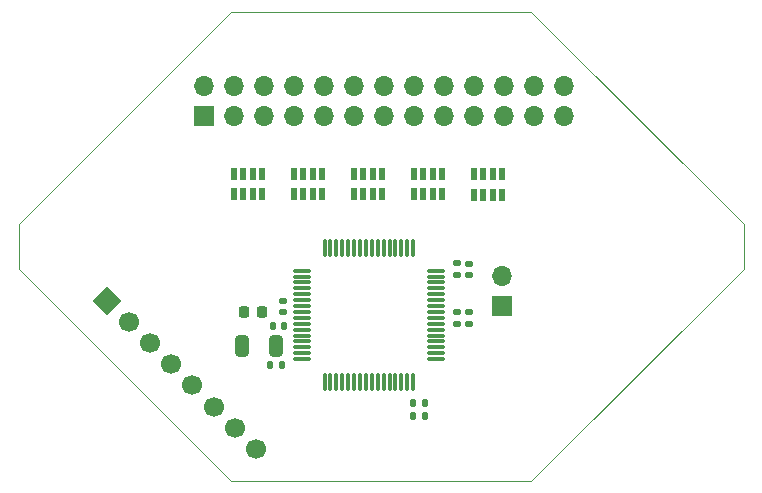
<source format=gbr>
%TF.GenerationSoftware,KiCad,Pcbnew,(7.0.0)*%
%TF.CreationDate,2023-03-06T18:28:32-05:00*%
%TF.ProjectId,cyton daisy,6379746f-6e20-4646-9169-73792e6b6963,rev?*%
%TF.SameCoordinates,Original*%
%TF.FileFunction,Soldermask,Top*%
%TF.FilePolarity,Negative*%
%FSLAX46Y46*%
G04 Gerber Fmt 4.6, Leading zero omitted, Abs format (unit mm)*
G04 Created by KiCad (PCBNEW (7.0.0)) date 2023-03-06 18:28:32*
%MOMM*%
%LPD*%
G01*
G04 APERTURE LIST*
G04 Aperture macros list*
%AMRoundRect*
0 Rectangle with rounded corners*
0 $1 Rounding radius*
0 $2 $3 $4 $5 $6 $7 $8 $9 X,Y pos of 4 corners*
0 Add a 4 corners polygon primitive as box body*
4,1,4,$2,$3,$4,$5,$6,$7,$8,$9,$2,$3,0*
0 Add four circle primitives for the rounded corners*
1,1,$1+$1,$2,$3*
1,1,$1+$1,$4,$5*
1,1,$1+$1,$6,$7*
1,1,$1+$1,$8,$9*
0 Add four rect primitives between the rounded corners*
20,1,$1+$1,$2,$3,$4,$5,0*
20,1,$1+$1,$4,$5,$6,$7,0*
20,1,$1+$1,$6,$7,$8,$9,0*
20,1,$1+$1,$8,$9,$2,$3,0*%
%AMHorizOval*
0 Thick line with rounded ends*
0 $1 width*
0 $2 $3 position (X,Y) of the first rounded end (center of the circle)*
0 $4 $5 position (X,Y) of the second rounded end (center of the circle)*
0 Add line between two ends*
20,1,$1,$2,$3,$4,$5,0*
0 Add two circle primitives to create the rounded ends*
1,1,$1,$2,$3*
1,1,$1,$4,$5*%
%AMRotRect*
0 Rectangle, with rotation*
0 The origin of the aperture is its center*
0 $1 length*
0 $2 width*
0 $3 Rotation angle, in degrees counterclockwise*
0 Add horizontal line*
21,1,$1,$2,0,0,$3*%
G04 Aperture macros list end*
%ADD10RoundRect,0.225000X0.225000X0.250000X-0.225000X0.250000X-0.225000X-0.250000X0.225000X-0.250000X0*%
%ADD11RoundRect,0.037100X-0.227900X0.447900X-0.227900X-0.447900X0.227900X-0.447900X0.227900X0.447900X0*%
%ADD12RoundRect,0.037100X0.227900X-0.447900X0.227900X0.447900X-0.227900X0.447900X-0.227900X-0.447900X0*%
%ADD13RoundRect,0.140000X0.170000X-0.140000X0.170000X0.140000X-0.170000X0.140000X-0.170000X-0.140000X0*%
%ADD14RoundRect,0.140000X-0.170000X0.140000X-0.170000X-0.140000X0.170000X-0.140000X0.170000X0.140000X0*%
%ADD15RoundRect,0.135000X-0.185000X0.135000X-0.185000X-0.135000X0.185000X-0.135000X0.185000X0.135000X0*%
%ADD16RoundRect,0.140000X-0.140000X-0.170000X0.140000X-0.170000X0.140000X0.170000X-0.140000X0.170000X0*%
%ADD17R,1.700000X1.700000*%
%ADD18O,1.700000X1.700000*%
%ADD19RoundRect,0.075000X-0.075000X0.662500X-0.075000X-0.662500X0.075000X-0.662500X0.075000X0.662500X0*%
%ADD20RoundRect,0.075000X-0.662500X0.075000X-0.662500X-0.075000X0.662500X-0.075000X0.662500X0.075000X0*%
%ADD21RotRect,1.700000X1.700000X45.000000*%
%ADD22HorizOval,1.700000X0.000000X0.000000X0.000000X0.000000X0*%
%ADD23RoundRect,0.250000X-0.325000X-0.650000X0.325000X-0.650000X0.325000X0.650000X-0.325000X0.650000X0*%
%TA.AperFunction,Profile*%
%ADD24C,0.101600*%
%TD*%
G04 APERTURE END LIST*
D10*
%TO.C,C13*%
X129603800Y-101625400D03*
X128053800Y-101625400D03*
%TD*%
D11*
%TO.C,R2*%
X134683200Y-89916000D03*
X133883200Y-89916000D03*
X133083200Y-89916000D03*
X132283200Y-89916000D03*
D12*
X132283200Y-91666000D03*
X133083200Y-91666000D03*
X133883200Y-91666000D03*
X134683200Y-91666000D03*
%TD*%
D13*
%TO.C,C14*%
X131343400Y-101648200D03*
X131343400Y-100688200D03*
%TD*%
D14*
%TO.C,C15*%
X147143900Y-97528000D03*
X147143900Y-98488000D03*
%TD*%
D15*
%TO.C,R6*%
X146102500Y-97496000D03*
X146102500Y-98516000D03*
%TD*%
D11*
%TO.C,R1*%
X129603200Y-89916000D03*
X128803200Y-89916000D03*
X128003200Y-89916000D03*
X127203200Y-89916000D03*
D12*
X127203200Y-91666000D03*
X128003200Y-91666000D03*
X128803200Y-91666000D03*
X129603200Y-91666000D03*
%TD*%
D16*
%TO.C,C11*%
X130281800Y-106146600D03*
X131241800Y-106146600D03*
%TD*%
D11*
%TO.C,R5*%
X149923200Y-89941400D03*
X149123200Y-89941400D03*
X148323200Y-89941400D03*
X147523200Y-89941400D03*
D12*
X147523200Y-91691400D03*
X148323200Y-91691400D03*
X149123200Y-91691400D03*
X149923200Y-91691400D03*
%TD*%
D16*
%TO.C,C19*%
X142392400Y-110388400D03*
X143352400Y-110388400D03*
%TD*%
D17*
%TO.C,J1*%
X124663199Y-84988399D03*
D18*
X124663199Y-82448399D03*
X127203199Y-84988399D03*
X127203199Y-82448399D03*
X129743199Y-84988399D03*
X129743199Y-82448399D03*
X132283199Y-84988399D03*
X132283199Y-82448399D03*
X134823199Y-84988399D03*
X134823199Y-82448399D03*
X137363199Y-84988399D03*
X137363199Y-82448399D03*
X139903199Y-84988399D03*
X139903199Y-82448399D03*
X142443199Y-84988399D03*
X142443199Y-82448399D03*
X144983199Y-84988399D03*
X144983199Y-82448399D03*
X147523199Y-84988399D03*
X147523199Y-82448399D03*
X150063199Y-84988399D03*
X150063199Y-82448399D03*
X152603199Y-84988399D03*
X152603199Y-82448399D03*
X155143199Y-84988399D03*
X155143199Y-82448399D03*
%TD*%
D14*
%TO.C,C10*%
X146075400Y-101650800D03*
X146075400Y-102610800D03*
%TD*%
D19*
%TO.C,U1*%
X142384900Y-96206300D03*
X141884900Y-96206300D03*
X141384900Y-96206300D03*
X140884900Y-96206300D03*
X140384900Y-96206300D03*
X139884900Y-96206300D03*
X139384900Y-96206300D03*
X138884900Y-96206300D03*
X138384900Y-96206300D03*
X137884900Y-96206300D03*
X137384900Y-96206300D03*
X136884900Y-96206300D03*
X136384900Y-96206300D03*
X135884900Y-96206300D03*
X135384900Y-96206300D03*
X134884900Y-96206300D03*
D20*
X132972400Y-98118800D03*
X132972400Y-98618800D03*
X132972400Y-99118800D03*
X132972400Y-99618800D03*
X132972400Y-100118800D03*
X132972400Y-100618800D03*
X132972400Y-101118800D03*
X132972400Y-101618800D03*
X132972400Y-102118800D03*
X132972400Y-102618800D03*
X132972400Y-103118800D03*
X132972400Y-103618800D03*
X132972400Y-104118800D03*
X132972400Y-104618800D03*
X132972400Y-105118800D03*
X132972400Y-105618800D03*
D19*
X134884900Y-107531300D03*
X135384900Y-107531300D03*
X135884900Y-107531300D03*
X136384900Y-107531300D03*
X136884900Y-107531300D03*
X137384900Y-107531300D03*
X137884900Y-107531300D03*
X138384900Y-107531300D03*
X138884900Y-107531300D03*
X139384900Y-107531300D03*
X139884900Y-107531300D03*
X140384900Y-107531300D03*
X140884900Y-107531300D03*
X141384900Y-107531300D03*
X141884900Y-107531300D03*
X142384900Y-107531300D03*
D20*
X144297400Y-105618800D03*
X144297400Y-105118800D03*
X144297400Y-104618800D03*
X144297400Y-104118800D03*
X144297400Y-103618800D03*
X144297400Y-103118800D03*
X144297400Y-102618800D03*
X144297400Y-102118800D03*
X144297400Y-101618800D03*
X144297400Y-101118800D03*
X144297400Y-100618800D03*
X144297400Y-100118800D03*
X144297400Y-99618800D03*
X144297400Y-99118800D03*
X144297400Y-98618800D03*
X144297400Y-98118800D03*
%TD*%
D14*
%TO.C,C8*%
X147142200Y-101650800D03*
X147142200Y-102610800D03*
%TD*%
D17*
%TO.C,J4*%
X149910799Y-101142799D03*
D18*
X149910799Y-98602799D03*
%TD*%
D11*
%TO.C,R4*%
X144830600Y-89916000D03*
X144030600Y-89916000D03*
X143230600Y-89916000D03*
X142430600Y-89916000D03*
D12*
X142430600Y-91666000D03*
X143230600Y-91666000D03*
X144030600Y-91666000D03*
X144830600Y-91666000D03*
%TD*%
D16*
%TO.C,C6*%
X130485000Y-102844600D03*
X131445000Y-102844600D03*
%TD*%
D11*
%TO.C,R3*%
X139763200Y-89916000D03*
X138963200Y-89916000D03*
X138163200Y-89916000D03*
X137363200Y-89916000D03*
D12*
X137363200Y-91666000D03*
X138163200Y-91666000D03*
X138963200Y-91666000D03*
X139763200Y-91666000D03*
%TD*%
D16*
%TO.C,C21*%
X142392400Y-109347000D03*
X143352400Y-109347000D03*
%TD*%
D21*
%TO.C,J2*%
X116499999Y-100649999D03*
D22*
X118296050Y-102446050D03*
X120092101Y-104242101D03*
X121888153Y-106038153D03*
X123684204Y-107834204D03*
X125480255Y-109630255D03*
X127276306Y-111426306D03*
X129072358Y-113222358D03*
%TD*%
D23*
%TO.C,C12*%
X127861800Y-104470200D03*
X130811800Y-104470200D03*
%TD*%
D24*
X170357800Y-94183200D02*
X170357800Y-97942400D01*
X152374600Y-115900200D01*
X126974600Y-115900200D01*
X108991400Y-97942400D01*
X108991400Y-94208600D01*
X126974600Y-76225400D01*
X152400000Y-76225400D01*
X170357800Y-94183200D01*
M02*

</source>
